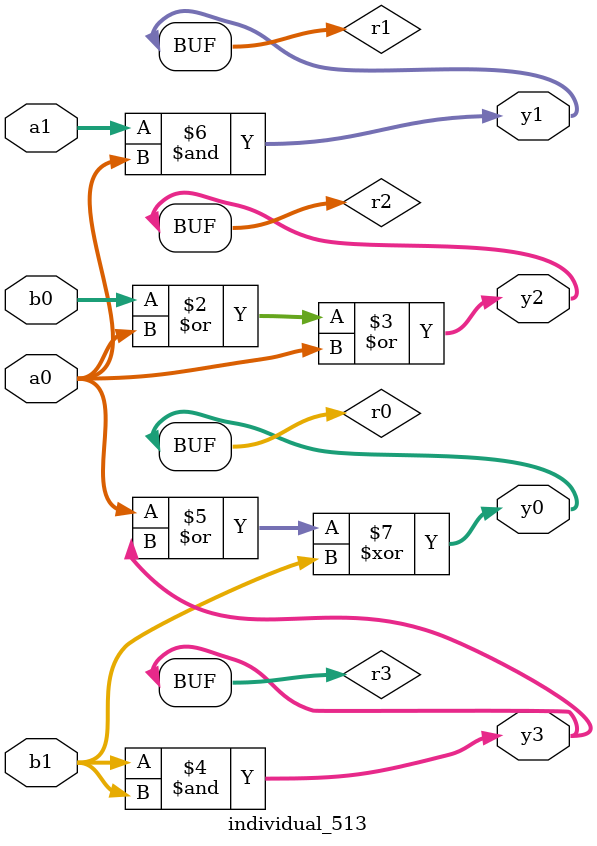
<source format=sv>
module individual_513(input logic [15:0] a1, input logic [15:0] a0, input logic [15:0] b1, input logic [15:0] b0, output logic [15:0] y3, output logic [15:0] y2, output logic [15:0] y1, output logic [15:0] y0);
logic [15:0] r0, r1, r2, r3; 
 always@(*) begin 
	 r0 = a0; r1 = a1; r2 = b0; r3 = b1; 
 	 r2  |=  a0 ;
 	 r2  |=  r0 ;
 	 r3  &=  b1 ;
 	 r0  |=  r3 ;
 	 r1  &=  a0 ;
 	 r0  ^=  b1 ;
 	 y3 = r3; y2 = r2; y1 = r1; y0 = r0; 
end
endmodule
</source>
